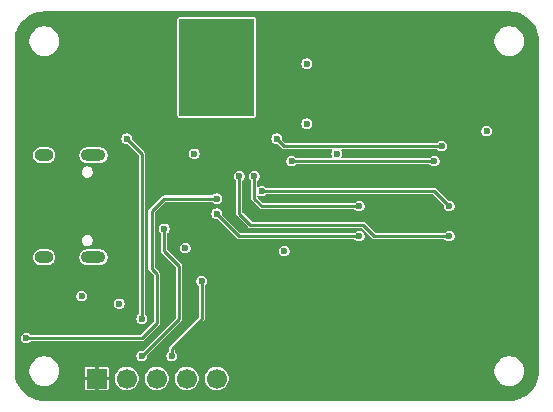
<source format=gbl>
%TF.GenerationSoftware,KiCad,Pcbnew,9.0.4+dfsg-1*%
%TF.CreationDate,2025-09-22T10:32:12+08:00*%
%TF.ProjectId,stlink,73746c69-6e6b-42e6-9b69-6361645f7063,a*%
%TF.SameCoordinates,Original*%
%TF.FileFunction,Copper,L4,Bot*%
%TF.FilePolarity,Positive*%
%FSLAX45Y45*%
G04 Gerber Fmt 4.5, Leading zero omitted, Abs format (unit mm)*
G04 Created by KiCad (PCBNEW 9.0.4+dfsg-1) date 2025-09-22 10:32:12*
%MOMM*%
%LPD*%
G01*
G04 APERTURE LIST*
%TA.AperFunction,ComponentPad*%
%ADD10R,1.700000X1.700000*%
%TD*%
%TA.AperFunction,ComponentPad*%
%ADD11C,1.700000*%
%TD*%
%TA.AperFunction,ComponentPad*%
%ADD12O,2.100000X1.000000*%
%TD*%
%TA.AperFunction,ComponentPad*%
%ADD13O,1.600000X1.000000*%
%TD*%
%TA.AperFunction,ViaPad*%
%ADD14C,0.600000*%
%TD*%
%TA.AperFunction,Conductor*%
%ADD15C,0.228600*%
%TD*%
G04 APERTURE END LIST*
D10*
%TO.P,J3,1,Pin_1*%
%TO.N,GND*%
X10858500Y-10350000D03*
D11*
%TO.P,J3,2,Pin_2*%
%TO.N,DIO*%
X11112500Y-10350000D03*
%TO.P,J3,3,Pin_3*%
%TO.N,CLK*%
X11366500Y-10350000D03*
%TO.P,J3,4,Pin_4*%
%TO.N,+3V3*%
X11620500Y-10350000D03*
%TO.P,J3,5,Pin_5*%
%TO.N,B0*%
X11874500Y-10350000D03*
%TD*%
D12*
%TO.P,J1,S1,SHIELD*%
%TO.N,unconnected-(J1-SHIELD-PadS1)*%
X10831000Y-8458000D03*
D13*
%TO.N,unconnected-(J1-SHIELD-PadS1)_2*%
X10413000Y-8458000D03*
D12*
%TO.N,unconnected-(J1-SHIELD-PadS1)_3*%
X10831000Y-9322000D03*
D13*
%TO.N,unconnected-(J1-SHIELD-PadS1)_1*%
X10413000Y-9322000D03*
%TD*%
D14*
%TO.N,GND*%
X10731500Y-7620000D03*
X14414500Y-8001000D03*
X10731500Y-9842500D03*
X12319000Y-8636000D03*
X11430000Y-8001000D03*
X10287000Y-8890000D03*
X12890500Y-7493000D03*
X14414500Y-9779000D03*
X12890500Y-8255000D03*
X12547600Y-9601200D03*
X12382500Y-10414000D03*
X10731500Y-7493000D03*
X11493500Y-9207500D03*
X11811000Y-9144000D03*
X11684000Y-9334500D03*
X12700000Y-7493000D03*
X12192000Y-10414000D03*
X11430000Y-7620000D03*
X14160500Y-8509000D03*
X14414500Y-8128000D03*
X10604500Y-10096500D03*
X13081000Y-7493000D03*
X10731500Y-8953500D03*
X11049000Y-9588500D03*
X12573000Y-10414000D03*
X10287000Y-9017000D03*
X12319000Y-9461500D03*
X13208000Y-8128000D03*
X12763500Y-10414000D03*
X11176000Y-8890000D03*
X14414500Y-9652000D03*
X11430000Y-7874000D03*
X13208000Y-8001000D03*
X10287000Y-8763000D03*
X10731500Y-8826500D03*
X14160500Y-8763000D03*
X14414500Y-7874000D03*
X11430000Y-7493000D03*
X11430000Y-8255000D03*
%TO.N,+5V*%
X11112500Y-8318500D03*
X11239500Y-9842500D03*
%TO.N,+3V3*%
X12636500Y-8191500D03*
X12890500Y-8445500D03*
X11684000Y-7747000D03*
X12446000Y-9271000D03*
X11684000Y-8445500D03*
X11684000Y-7874000D03*
X11607800Y-9245600D03*
X11684000Y-7493000D03*
X10731500Y-9652000D03*
X12636500Y-7683500D03*
X14160500Y-8255000D03*
X11684000Y-7620000D03*
X11049000Y-9715500D03*
X11684000Y-8001000D03*
%TO.N,LED*%
X10261600Y-10007600D03*
X11874500Y-8826500D03*
%TO.N,T_DIO*%
X13843000Y-8890000D03*
X12255500Y-8763000D03*
%TO.N,T_CLK*%
X12192000Y-8636000D03*
X13081000Y-8890000D03*
%TO.N,CLK*%
X11493500Y-10160000D03*
X11747500Y-9525000D03*
%TO.N,T_RX*%
X13779500Y-8382000D03*
X12382500Y-8318500D03*
%TO.N,T_TX*%
X13716000Y-8509000D03*
X12509500Y-8509000D03*
%TO.N,T_RST*%
X13843000Y-9144000D03*
X12065000Y-8636000D03*
%TO.N,T_SWO*%
X11874500Y-8953500D03*
X13081000Y-9144000D03*
%TO.N,DIO*%
X11239500Y-10160000D03*
X11430000Y-9080500D03*
%TD*%
D15*
%TO.N,+5V*%
X11239500Y-8445500D02*
X11112500Y-8318500D01*
X11239500Y-9842500D02*
X11239500Y-8445500D01*
%TO.N,LED*%
X11366500Y-9880600D02*
X11239500Y-10007600D01*
X11874500Y-8826500D02*
X11430000Y-8826500D01*
X11430000Y-8826500D02*
X11323250Y-8933250D01*
X11323250Y-9418250D02*
X11366500Y-9461500D01*
X11239500Y-10007600D02*
X10261600Y-10007600D01*
X11366500Y-9461500D02*
X11366500Y-9880600D01*
X11323250Y-8933250D02*
X11323250Y-9418250D01*
%TO.N,T_DIO*%
X13716000Y-8763000D02*
X13843000Y-8890000D01*
X12255500Y-8763000D02*
X13716000Y-8763000D01*
%TO.N,T_CLK*%
X13081000Y-8890000D02*
X12255500Y-8890000D01*
X12255500Y-8890000D02*
X12192000Y-8826500D01*
X12192000Y-8826500D02*
X12192000Y-8636000D01*
%TO.N,CLK*%
X11493500Y-10160000D02*
X11493500Y-10096500D01*
X11747500Y-9842500D02*
X11747500Y-9525000D01*
X11493500Y-10096500D02*
X11747500Y-9842500D01*
%TO.N,T_RX*%
X12446000Y-8382000D02*
X12382500Y-8318500D01*
X13779500Y-8382000D02*
X12446000Y-8382000D01*
%TO.N,T_TX*%
X13716000Y-8509000D02*
X12509500Y-8509000D01*
%TO.N,T_RST*%
X13112679Y-9048821D02*
X13207859Y-9144000D01*
X12065000Y-8953500D02*
X12160321Y-9048821D01*
X12065000Y-8636000D02*
X12065000Y-8953500D01*
X12160321Y-9048821D02*
X13112679Y-9048821D01*
X13207859Y-9144000D02*
X13843000Y-9144000D01*
%TO.N,T_SWO*%
X12065000Y-9144000D02*
X11874500Y-8953500D01*
X13081000Y-9144000D02*
X12065000Y-9144000D01*
%TO.N,DIO*%
X11557000Y-9842500D02*
X11557000Y-9398000D01*
X11430000Y-9271000D02*
X11430000Y-9080500D01*
X11557000Y-9398000D02*
X11430000Y-9271000D01*
X11239500Y-10160000D02*
X11557000Y-9842500D01*
%TD*%
%TA.AperFunction,Conductor*%
%TO.N,+3V3*%
G36*
X12189314Y-7304259D02*
G01*
X12191886Y-7308714D01*
X12192000Y-7310020D01*
X12192000Y-8120480D01*
X12190241Y-8125314D01*
X12185786Y-8127886D01*
X12184480Y-8128000D01*
X11564520Y-8128000D01*
X11559686Y-8126241D01*
X11557114Y-8121786D01*
X11557000Y-8120480D01*
X11557000Y-7310020D01*
X11558759Y-7305186D01*
X11563214Y-7302614D01*
X11564520Y-7302500D01*
X12184480Y-7302500D01*
X12189314Y-7304259D01*
G37*
%TD.AperFunction*%
%TD*%
%TA.AperFunction,Conductor*%
%TO.N,GND*%
G36*
X14351226Y-7241564D02*
G01*
X14353926Y-7241727D01*
X14380856Y-7243356D01*
X14381756Y-7243465D01*
X14410729Y-7248775D01*
X14411609Y-7248992D01*
X14439731Y-7257755D01*
X14440580Y-7258077D01*
X14467440Y-7270165D01*
X14468244Y-7270587D01*
X14493451Y-7285826D01*
X14494198Y-7286341D01*
X14517384Y-7304507D01*
X14518064Y-7305109D01*
X14538891Y-7325936D01*
X14539493Y-7326616D01*
X14557658Y-7349802D01*
X14558174Y-7350549D01*
X14573413Y-7375756D01*
X14573835Y-7376560D01*
X14585923Y-7403420D01*
X14586245Y-7404269D01*
X14595008Y-7432390D01*
X14595225Y-7433272D01*
X14600534Y-7462243D01*
X14600644Y-7463145D01*
X14602436Y-7492773D01*
X14602450Y-7493228D01*
X14602450Y-10286772D01*
X14602436Y-10287226D01*
X14600644Y-10316855D01*
X14600534Y-10317757D01*
X14595225Y-10346728D01*
X14595008Y-10347610D01*
X14586245Y-10375731D01*
X14585923Y-10376580D01*
X14573835Y-10403440D01*
X14573413Y-10404244D01*
X14558174Y-10429451D01*
X14557658Y-10430198D01*
X14539493Y-10453384D01*
X14538891Y-10454064D01*
X14518064Y-10474891D01*
X14517384Y-10475493D01*
X14494198Y-10493658D01*
X14493451Y-10494174D01*
X14468244Y-10509413D01*
X14467440Y-10509835D01*
X14440580Y-10521923D01*
X14439731Y-10522245D01*
X14411610Y-10531008D01*
X14410728Y-10531225D01*
X14381757Y-10536535D01*
X14380855Y-10536644D01*
X14351226Y-10538436D01*
X14350772Y-10538450D01*
X10414228Y-10538450D01*
X10413774Y-10538436D01*
X10384145Y-10536644D01*
X10383243Y-10536535D01*
X10354272Y-10531225D01*
X10353390Y-10531008D01*
X10325269Y-10522245D01*
X10324420Y-10521923D01*
X10297560Y-10509835D01*
X10296756Y-10509413D01*
X10271549Y-10494174D01*
X10270802Y-10493658D01*
X10247616Y-10475493D01*
X10246936Y-10474891D01*
X10226109Y-10454064D01*
X10225507Y-10453384D01*
X10207342Y-10430198D01*
X10206826Y-10429451D01*
X10197444Y-10413931D01*
X10191587Y-10404243D01*
X10191165Y-10403440D01*
X10179077Y-10376580D01*
X10178755Y-10375731D01*
X10176540Y-10368622D01*
X10169992Y-10347609D01*
X10169775Y-10346729D01*
X10164465Y-10317756D01*
X10164356Y-10316856D01*
X10162564Y-10287226D01*
X10162550Y-10286772D01*
X10162550Y-10277139D01*
X10288710Y-10277139D01*
X10288710Y-10296861D01*
X10291795Y-10316339D01*
X10291795Y-10316340D01*
X10297889Y-10335095D01*
X10306842Y-10352666D01*
X10318434Y-10368621D01*
X10318435Y-10368622D01*
X10332378Y-10382565D01*
X10332379Y-10382566D01*
X10332379Y-10382566D01*
X10336187Y-10385332D01*
X10348334Y-10394158D01*
X10365905Y-10403111D01*
X10384660Y-10409205D01*
X10384661Y-10409205D01*
X10384661Y-10409205D01*
X10404140Y-10412290D01*
X10404140Y-10412290D01*
X10423860Y-10412290D01*
X10423861Y-10412290D01*
X10443339Y-10409205D01*
X10443339Y-10409205D01*
X10443340Y-10409205D01*
X10457116Y-10404729D01*
X10462095Y-10403111D01*
X10479666Y-10394158D01*
X10495621Y-10382566D01*
X10509566Y-10368621D01*
X10521158Y-10352666D01*
X10530111Y-10335095D01*
X10534773Y-10320746D01*
X10536205Y-10316340D01*
X10536205Y-10316339D01*
X10536205Y-10316339D01*
X10539290Y-10296861D01*
X10539290Y-10277140D01*
X10537130Y-10263499D01*
X10758260Y-10263499D01*
X10758260Y-10334760D01*
X10810820Y-10334760D01*
X10808500Y-10343417D01*
X10808500Y-10356583D01*
X10810820Y-10365240D01*
X10758260Y-10365240D01*
X10758260Y-10436501D01*
X10759144Y-10440946D01*
X10759144Y-10440946D01*
X10762513Y-10445987D01*
X10767554Y-10449356D01*
X10767554Y-10449356D01*
X10771999Y-10450240D01*
X10843260Y-10450240D01*
X10843260Y-10397680D01*
X10851917Y-10400000D01*
X10865083Y-10400000D01*
X10873740Y-10397680D01*
X10873740Y-10450240D01*
X10945001Y-10450240D01*
X10949446Y-10449356D01*
X10949446Y-10449356D01*
X10954487Y-10445987D01*
X10957856Y-10440946D01*
X10957856Y-10440946D01*
X10958740Y-10436501D01*
X10958740Y-10365240D01*
X10906180Y-10365240D01*
X10908500Y-10356583D01*
X10908500Y-10343417D01*
X10907617Y-10340122D01*
X11012210Y-10340122D01*
X11012210Y-10359878D01*
X11016064Y-10379254D01*
X11016064Y-10379254D01*
X11023624Y-10397505D01*
X11034600Y-10413931D01*
X11034600Y-10413931D01*
X11034600Y-10413932D01*
X11048568Y-10427900D01*
X11048569Y-10427900D01*
X11048569Y-10427900D01*
X11064995Y-10438876D01*
X11083246Y-10446436D01*
X11083246Y-10446436D01*
X11083246Y-10446436D01*
X11083247Y-10446436D01*
X11096222Y-10449017D01*
X11102622Y-10450290D01*
X11102622Y-10450290D01*
X11122378Y-10450290D01*
X11127189Y-10449333D01*
X11141754Y-10446436D01*
X11160005Y-10438876D01*
X11176431Y-10427900D01*
X11190400Y-10413931D01*
X11201376Y-10397505D01*
X11208936Y-10379254D01*
X11212790Y-10359878D01*
X11212790Y-10340122D01*
X11212790Y-10340122D01*
X11266210Y-10340122D01*
X11266210Y-10359878D01*
X11270064Y-10379254D01*
X11270064Y-10379254D01*
X11277624Y-10397505D01*
X11288600Y-10413931D01*
X11288600Y-10413931D01*
X11288600Y-10413932D01*
X11302568Y-10427900D01*
X11302568Y-10427900D01*
X11302569Y-10427900D01*
X11318995Y-10438876D01*
X11337246Y-10446436D01*
X11337246Y-10446436D01*
X11337246Y-10446436D01*
X11337246Y-10446436D01*
X11350222Y-10449017D01*
X11356622Y-10450290D01*
X11356622Y-10450290D01*
X11376378Y-10450290D01*
X11381189Y-10449333D01*
X11395753Y-10446436D01*
X11414005Y-10438876D01*
X11430431Y-10427900D01*
X11444400Y-10413931D01*
X11455376Y-10397505D01*
X11462936Y-10379254D01*
X11466790Y-10359878D01*
X11466790Y-10340122D01*
X11466790Y-10340122D01*
X11520210Y-10340122D01*
X11520210Y-10359878D01*
X11524064Y-10379254D01*
X11524064Y-10379254D01*
X11531624Y-10397505D01*
X11542600Y-10413931D01*
X11542600Y-10413931D01*
X11542600Y-10413932D01*
X11556568Y-10427900D01*
X11556568Y-10427900D01*
X11556569Y-10427900D01*
X11572995Y-10438876D01*
X11591246Y-10446436D01*
X11591246Y-10446436D01*
X11591246Y-10446436D01*
X11591246Y-10446436D01*
X11604222Y-10449017D01*
X11610622Y-10450290D01*
X11610622Y-10450290D01*
X11630378Y-10450290D01*
X11635189Y-10449333D01*
X11649753Y-10446436D01*
X11668005Y-10438876D01*
X11684431Y-10427900D01*
X11698400Y-10413931D01*
X11709376Y-10397505D01*
X11716936Y-10379254D01*
X11720790Y-10359878D01*
X11720790Y-10340122D01*
X11720790Y-10340122D01*
X11774210Y-10340122D01*
X11774210Y-10359878D01*
X11778064Y-10379254D01*
X11778064Y-10379254D01*
X11785624Y-10397505D01*
X11796600Y-10413931D01*
X11796600Y-10413931D01*
X11796600Y-10413932D01*
X11810568Y-10427900D01*
X11810568Y-10427900D01*
X11810569Y-10427900D01*
X11826995Y-10438876D01*
X11845246Y-10446436D01*
X11845246Y-10446436D01*
X11845246Y-10446436D01*
X11845246Y-10446436D01*
X11858222Y-10449017D01*
X11864622Y-10450290D01*
X11864622Y-10450290D01*
X11884378Y-10450290D01*
X11889189Y-10449333D01*
X11903753Y-10446436D01*
X11922005Y-10438876D01*
X11938431Y-10427900D01*
X11952400Y-10413931D01*
X11963376Y-10397505D01*
X11970936Y-10379254D01*
X11974790Y-10359878D01*
X11974790Y-10340122D01*
X11970936Y-10320747D01*
X11963376Y-10302495D01*
X11952400Y-10286069D01*
X11952400Y-10286069D01*
X11952400Y-10286068D01*
X11943471Y-10277139D01*
X14225710Y-10277139D01*
X14225710Y-10296861D01*
X14228795Y-10316339D01*
X14228795Y-10316340D01*
X14234889Y-10335095D01*
X14243842Y-10352666D01*
X14255434Y-10368621D01*
X14255435Y-10368622D01*
X14269378Y-10382565D01*
X14269379Y-10382566D01*
X14269379Y-10382566D01*
X14273187Y-10385332D01*
X14285333Y-10394158D01*
X14302905Y-10403111D01*
X14321660Y-10409205D01*
X14321661Y-10409205D01*
X14321661Y-10409205D01*
X14341139Y-10412290D01*
X14341140Y-10412290D01*
X14360860Y-10412290D01*
X14360860Y-10412290D01*
X14380339Y-10409205D01*
X14380339Y-10409205D01*
X14380340Y-10409205D01*
X14394116Y-10404729D01*
X14399095Y-10403111D01*
X14416666Y-10394158D01*
X14432621Y-10382566D01*
X14446566Y-10368621D01*
X14458158Y-10352666D01*
X14467111Y-10335095D01*
X14471773Y-10320746D01*
X14473205Y-10316340D01*
X14473205Y-10316339D01*
X14473205Y-10316339D01*
X14476290Y-10296861D01*
X14476290Y-10277140D01*
X14473205Y-10257661D01*
X14473205Y-10257661D01*
X14473205Y-10257660D01*
X14467111Y-10238905D01*
X14458157Y-10221334D01*
X14452905Y-10214105D01*
X14446566Y-10205379D01*
X14446566Y-10205379D01*
X14446565Y-10205378D01*
X14432622Y-10191435D01*
X14432621Y-10191434D01*
X14416666Y-10179842D01*
X14399095Y-10170889D01*
X14380340Y-10164795D01*
X14380338Y-10164795D01*
X14360861Y-10161710D01*
X14360860Y-10161710D01*
X14341139Y-10161710D01*
X14341139Y-10161710D01*
X14321661Y-10164795D01*
X14321660Y-10164795D01*
X14302905Y-10170889D01*
X14285333Y-10179842D01*
X14269379Y-10191434D01*
X14269378Y-10191435D01*
X14255435Y-10205378D01*
X14255434Y-10205379D01*
X14243842Y-10221334D01*
X14234889Y-10238905D01*
X14228795Y-10257660D01*
X14228795Y-10257661D01*
X14225710Y-10277139D01*
X11943471Y-10277139D01*
X11938432Y-10272100D01*
X11938431Y-10272100D01*
X11938431Y-10272100D01*
X11922005Y-10261124D01*
X11917006Y-10259054D01*
X11903754Y-10253564D01*
X11903754Y-10253564D01*
X11884378Y-10249710D01*
X11884378Y-10249710D01*
X11864622Y-10249710D01*
X11864622Y-10249710D01*
X11845246Y-10253564D01*
X11845246Y-10253564D01*
X11826995Y-10261124D01*
X11810568Y-10272100D01*
X11796600Y-10286068D01*
X11785624Y-10302495D01*
X11778064Y-10320746D01*
X11778064Y-10320746D01*
X11774210Y-10340122D01*
X11720790Y-10340122D01*
X11716936Y-10320747D01*
X11709376Y-10302495D01*
X11698400Y-10286069D01*
X11698400Y-10286069D01*
X11698400Y-10286068D01*
X11684432Y-10272100D01*
X11684431Y-10272100D01*
X11684431Y-10272100D01*
X11668005Y-10261124D01*
X11663006Y-10259054D01*
X11649754Y-10253564D01*
X11649754Y-10253564D01*
X11630378Y-10249710D01*
X11630378Y-10249710D01*
X11610622Y-10249710D01*
X11610622Y-10249710D01*
X11591246Y-10253564D01*
X11591246Y-10253564D01*
X11572995Y-10261124D01*
X11556568Y-10272100D01*
X11542600Y-10286068D01*
X11531624Y-10302495D01*
X11524064Y-10320746D01*
X11524064Y-10320746D01*
X11520210Y-10340122D01*
X11466790Y-10340122D01*
X11462936Y-10320747D01*
X11455376Y-10302495D01*
X11444400Y-10286069D01*
X11444400Y-10286069D01*
X11444400Y-10286068D01*
X11430432Y-10272100D01*
X11430431Y-10272100D01*
X11430431Y-10272100D01*
X11414005Y-10261124D01*
X11409006Y-10259054D01*
X11395754Y-10253564D01*
X11395754Y-10253564D01*
X11376378Y-10249710D01*
X11376378Y-10249710D01*
X11356622Y-10249710D01*
X11356622Y-10249710D01*
X11337246Y-10253564D01*
X11337246Y-10253564D01*
X11318995Y-10261124D01*
X11302568Y-10272100D01*
X11288600Y-10286068D01*
X11277624Y-10302495D01*
X11270064Y-10320746D01*
X11270064Y-10320746D01*
X11266210Y-10340122D01*
X11212790Y-10340122D01*
X11208936Y-10320747D01*
X11201376Y-10302495D01*
X11190400Y-10286069D01*
X11190400Y-10286069D01*
X11190400Y-10286068D01*
X11176432Y-10272100D01*
X11176431Y-10272100D01*
X11176431Y-10272100D01*
X11160005Y-10261124D01*
X11155006Y-10259054D01*
X11141754Y-10253564D01*
X11141754Y-10253564D01*
X11122378Y-10249710D01*
X11122378Y-10249710D01*
X11102622Y-10249710D01*
X11102622Y-10249710D01*
X11083246Y-10253564D01*
X11083246Y-10253564D01*
X11064995Y-10261124D01*
X11048568Y-10272100D01*
X11034600Y-10286068D01*
X11023624Y-10302495D01*
X11016064Y-10320746D01*
X11016064Y-10320746D01*
X11012210Y-10340122D01*
X10907617Y-10340122D01*
X10906180Y-10334760D01*
X10958740Y-10334760D01*
X10958740Y-10263499D01*
X10957856Y-10259054D01*
X10957856Y-10259054D01*
X10954487Y-10254013D01*
X10949446Y-10250644D01*
X10949446Y-10250644D01*
X10945001Y-10249760D01*
X10873740Y-10249760D01*
X10873740Y-10302320D01*
X10865083Y-10300000D01*
X10851917Y-10300000D01*
X10843260Y-10302320D01*
X10843260Y-10249760D01*
X10771999Y-10249760D01*
X10767554Y-10250644D01*
X10767554Y-10250644D01*
X10762513Y-10254013D01*
X10759144Y-10259054D01*
X10759144Y-10259054D01*
X10758260Y-10263499D01*
X10537130Y-10263499D01*
X10536205Y-10257661D01*
X10536205Y-10257661D01*
X10536205Y-10257660D01*
X10530111Y-10238905D01*
X10521158Y-10221334D01*
X10515905Y-10214105D01*
X10509566Y-10205379D01*
X10509566Y-10205379D01*
X10509565Y-10205378D01*
X10495622Y-10191435D01*
X10495621Y-10191434D01*
X10479666Y-10179842D01*
X10462095Y-10170889D01*
X10443340Y-10164795D01*
X10443339Y-10164795D01*
X10423861Y-10161710D01*
X10423861Y-10161710D01*
X10404140Y-10161710D01*
X10404139Y-10161710D01*
X10384661Y-10164795D01*
X10384660Y-10164795D01*
X10365905Y-10170889D01*
X10348334Y-10179842D01*
X10332379Y-10191434D01*
X10332378Y-10191435D01*
X10318435Y-10205378D01*
X10318434Y-10205379D01*
X10306842Y-10221334D01*
X10297889Y-10238905D01*
X10291795Y-10257660D01*
X10291795Y-10257661D01*
X10288710Y-10277139D01*
X10162550Y-10277139D01*
X10162550Y-10154038D01*
X11194210Y-10154038D01*
X11194210Y-10165963D01*
X11195530Y-10170889D01*
X11197296Y-10177481D01*
X11197296Y-10177481D01*
X11203259Y-10187809D01*
X11211691Y-10196241D01*
X11217654Y-10199683D01*
X11222019Y-10202204D01*
X11233537Y-10205290D01*
X11233538Y-10205290D01*
X11245462Y-10205290D01*
X11245462Y-10205290D01*
X11256981Y-10202204D01*
X11267309Y-10196241D01*
X11275741Y-10187809D01*
X11281704Y-10177481D01*
X11284790Y-10165963D01*
X11284790Y-10155613D01*
X11285351Y-10154070D01*
X11285354Y-10154038D01*
X11448210Y-10154038D01*
X11448210Y-10165963D01*
X11449530Y-10170889D01*
X11451296Y-10177481D01*
X11451296Y-10177481D01*
X11457259Y-10187809D01*
X11465691Y-10196241D01*
X11471654Y-10199683D01*
X11476019Y-10202204D01*
X11487537Y-10205290D01*
X11487538Y-10205290D01*
X11499462Y-10205290D01*
X11499462Y-10205290D01*
X11510981Y-10202204D01*
X11521309Y-10196241D01*
X11529741Y-10187809D01*
X11535704Y-10177481D01*
X11538790Y-10165963D01*
X11538790Y-10154038D01*
X11535704Y-10142519D01*
X11535703Y-10142519D01*
X11529741Y-10132191D01*
X11522423Y-10124873D01*
X11521729Y-10123385D01*
X11520673Y-10122127D01*
X11520388Y-10120511D01*
X11520249Y-10120211D01*
X11520220Y-10119555D01*
X11520220Y-10110683D01*
X11521979Y-10105849D01*
X11522423Y-10105365D01*
X11770152Y-9857636D01*
X11770152Y-9857636D01*
X11774220Y-9847815D01*
X11774220Y-9837185D01*
X11774220Y-9565445D01*
X11775979Y-9560611D01*
X11776423Y-9560127D01*
X11783741Y-9552809D01*
X11789703Y-9542481D01*
X11789704Y-9542481D01*
X11792790Y-9530963D01*
X11792790Y-9519038D01*
X11789704Y-9507519D01*
X11789703Y-9507519D01*
X11783741Y-9497191D01*
X11775309Y-9488759D01*
X11764981Y-9482796D01*
X11753462Y-9479710D01*
X11741537Y-9479710D01*
X11732898Y-9482025D01*
X11730019Y-9482796D01*
X11730018Y-9482796D01*
X11719691Y-9488759D01*
X11711259Y-9497191D01*
X11705296Y-9507519D01*
X11705296Y-9507519D01*
X11705296Y-9507519D01*
X11702210Y-9519038D01*
X11702210Y-9530963D01*
X11705296Y-9542481D01*
X11705296Y-9542481D01*
X11711259Y-9552809D01*
X11718577Y-9560127D01*
X11720751Y-9564789D01*
X11720780Y-9565445D01*
X11720780Y-9828317D01*
X11719021Y-9833151D01*
X11718577Y-9833635D01*
X11478364Y-10073848D01*
X11474606Y-10077606D01*
X11470848Y-10081364D01*
X11466780Y-10091185D01*
X11466780Y-10119555D01*
X11465021Y-10124389D01*
X11464577Y-10124873D01*
X11457259Y-10132191D01*
X11451296Y-10142519D01*
X11451296Y-10142519D01*
X11451296Y-10142519D01*
X11448210Y-10154038D01*
X11285354Y-10154038D01*
X11285495Y-10152434D01*
X11286436Y-10151090D01*
X11286549Y-10150779D01*
X11286993Y-10150295D01*
X11289060Y-10148227D01*
X11579652Y-9857636D01*
X11579652Y-9857636D01*
X11579652Y-9857636D01*
X11583720Y-9847815D01*
X11583720Y-9837185D01*
X11583720Y-9392685D01*
X11579652Y-9382864D01*
X11572136Y-9375348D01*
X11458923Y-9262135D01*
X11456749Y-9257473D01*
X11456720Y-9256817D01*
X11456720Y-9239638D01*
X11562510Y-9239638D01*
X11562510Y-9251563D01*
X11564753Y-9259932D01*
X11565596Y-9263081D01*
X11565596Y-9263081D01*
X11571559Y-9273409D01*
X11579991Y-9281841D01*
X11585954Y-9285283D01*
X11590319Y-9287804D01*
X11601837Y-9290890D01*
X11601838Y-9290890D01*
X11613762Y-9290890D01*
X11613762Y-9290890D01*
X11625281Y-9287804D01*
X11635609Y-9281841D01*
X11644041Y-9273409D01*
X11648874Y-9265038D01*
X12400710Y-9265038D01*
X12400710Y-9276963D01*
X12402017Y-9281841D01*
X12403796Y-9288481D01*
X12403796Y-9288481D01*
X12409759Y-9298809D01*
X12418191Y-9307241D01*
X12424154Y-9310683D01*
X12428519Y-9313204D01*
X12440037Y-9316290D01*
X12440038Y-9316290D01*
X12451962Y-9316290D01*
X12451962Y-9316290D01*
X12463481Y-9313204D01*
X12473809Y-9307241D01*
X12482241Y-9298809D01*
X12488204Y-9288481D01*
X12491290Y-9276963D01*
X12491290Y-9265038D01*
X12488204Y-9253519D01*
X12487074Y-9251562D01*
X12482241Y-9243191D01*
X12473809Y-9234759D01*
X12463481Y-9228796D01*
X12460952Y-9228119D01*
X12451962Y-9225710D01*
X12440037Y-9225710D01*
X12431398Y-9228025D01*
X12428519Y-9228796D01*
X12428518Y-9228796D01*
X12418191Y-9234759D01*
X12409759Y-9243191D01*
X12403796Y-9253519D01*
X12403796Y-9253519D01*
X12403796Y-9253519D01*
X12400710Y-9265038D01*
X11648874Y-9265038D01*
X11650004Y-9263081D01*
X11653090Y-9251563D01*
X11653090Y-9239638D01*
X11650004Y-9228119D01*
X11648613Y-9225710D01*
X11644041Y-9217791D01*
X11635609Y-9209359D01*
X11625281Y-9203396D01*
X11613762Y-9200310D01*
X11601837Y-9200310D01*
X11593198Y-9202625D01*
X11590319Y-9203396D01*
X11590318Y-9203396D01*
X11579991Y-9209359D01*
X11571559Y-9217791D01*
X11565596Y-9228119D01*
X11565596Y-9228119D01*
X11565596Y-9228119D01*
X11562510Y-9239638D01*
X11456720Y-9239638D01*
X11456720Y-9120945D01*
X11458479Y-9116111D01*
X11458923Y-9115627D01*
X11466241Y-9108309D01*
X11470001Y-9101796D01*
X11472204Y-9097981D01*
X11475290Y-9086463D01*
X11475290Y-9074538D01*
X11472204Y-9063019D01*
X11472203Y-9063019D01*
X11466241Y-9052691D01*
X11457809Y-9044259D01*
X11447481Y-9038296D01*
X11435962Y-9035210D01*
X11424037Y-9035210D01*
X11415398Y-9037525D01*
X11412519Y-9038296D01*
X11412518Y-9038296D01*
X11402191Y-9044259D01*
X11393759Y-9052691D01*
X11387796Y-9063019D01*
X11387796Y-9063019D01*
X11387796Y-9063019D01*
X11384710Y-9074538D01*
X11384710Y-9086463D01*
X11387796Y-9097981D01*
X11387796Y-9097981D01*
X11393759Y-9108309D01*
X11401077Y-9115627D01*
X11403251Y-9120289D01*
X11403280Y-9120945D01*
X11403280Y-9265685D01*
X11403280Y-9276315D01*
X11404964Y-9280380D01*
X11407348Y-9286136D01*
X11528077Y-9406865D01*
X11530251Y-9411527D01*
X11530280Y-9412183D01*
X11530280Y-9828317D01*
X11528521Y-9833151D01*
X11528077Y-9833635D01*
X11249205Y-10112507D01*
X11244543Y-10114681D01*
X11243887Y-10114710D01*
X11233537Y-10114710D01*
X11224898Y-10117025D01*
X11222019Y-10117796D01*
X11222018Y-10117796D01*
X11211691Y-10123759D01*
X11203259Y-10132191D01*
X11197296Y-10142519D01*
X11197296Y-10142519D01*
X11197296Y-10142519D01*
X11194210Y-10154038D01*
X10162550Y-10154038D01*
X10162550Y-10001638D01*
X10216310Y-10001638D01*
X10216310Y-10013563D01*
X10219396Y-10025081D01*
X10219396Y-10025081D01*
X10225359Y-10035409D01*
X10233791Y-10043841D01*
X10239754Y-10047283D01*
X10244119Y-10049804D01*
X10255638Y-10052890D01*
X10255638Y-10052890D01*
X10267562Y-10052890D01*
X10267563Y-10052890D01*
X10279081Y-10049804D01*
X10289409Y-10043841D01*
X10296727Y-10036523D01*
X10301389Y-10034349D01*
X10302045Y-10034320D01*
X11244815Y-10034320D01*
X11244815Y-10034320D01*
X11254636Y-10030252D01*
X11389152Y-9895736D01*
X11393220Y-9885915D01*
X11393220Y-9875285D01*
X11393220Y-9456185D01*
X11389152Y-9446364D01*
X11381636Y-9438848D01*
X11352173Y-9409385D01*
X11349999Y-9404723D01*
X11349970Y-9404067D01*
X11349970Y-8947538D01*
X11829210Y-8947538D01*
X11829210Y-8959463D01*
X11831668Y-8968636D01*
X11832296Y-8970981D01*
X11832296Y-8970981D01*
X11838259Y-8981309D01*
X11846691Y-8989741D01*
X11852654Y-8993183D01*
X11857019Y-8995704D01*
X11868537Y-8998790D01*
X11868538Y-8998790D01*
X11878887Y-8998790D01*
X11883721Y-9000549D01*
X11884205Y-9000993D01*
X12042348Y-9159136D01*
X12049864Y-9166652D01*
X12059685Y-9170720D01*
X13040555Y-9170720D01*
X13045389Y-9172479D01*
X13045873Y-9172923D01*
X13053191Y-9180241D01*
X13059154Y-9183683D01*
X13063519Y-9186204D01*
X13075037Y-9189290D01*
X13075038Y-9189290D01*
X13086962Y-9189290D01*
X13086962Y-9189290D01*
X13098481Y-9186204D01*
X13108809Y-9180241D01*
X13117241Y-9171809D01*
X13123204Y-9161481D01*
X13126290Y-9149963D01*
X13126290Y-9138038D01*
X13123204Y-9126519D01*
X13119607Y-9120289D01*
X13117241Y-9116191D01*
X13108809Y-9107759D01*
X13098481Y-9101796D01*
X13086962Y-9098710D01*
X13075037Y-9098710D01*
X13066398Y-9101025D01*
X13063519Y-9101796D01*
X13063518Y-9101796D01*
X13053191Y-9107759D01*
X13045873Y-9115077D01*
X13041211Y-9117251D01*
X13040555Y-9117280D01*
X12079183Y-9117280D01*
X12074349Y-9115521D01*
X12073865Y-9115077D01*
X11921993Y-8963205D01*
X11919819Y-8958543D01*
X11919790Y-8957887D01*
X11919790Y-8947538D01*
X11919790Y-8947538D01*
X11916704Y-8936019D01*
X11916283Y-8935290D01*
X11910741Y-8925691D01*
X11902309Y-8917259D01*
X11891981Y-8911296D01*
X11880462Y-8908210D01*
X11868537Y-8908210D01*
X11859898Y-8910525D01*
X11857019Y-8911296D01*
X11857018Y-8911296D01*
X11846691Y-8917259D01*
X11838259Y-8925691D01*
X11832296Y-8936019D01*
X11832296Y-8936019D01*
X11832296Y-8936019D01*
X11829210Y-8947538D01*
X11349970Y-8947538D01*
X11349970Y-8947433D01*
X11350531Y-8945890D01*
X11350675Y-8944255D01*
X11351616Y-8942910D01*
X11351729Y-8942599D01*
X11352173Y-8942115D01*
X11438865Y-8855423D01*
X11443527Y-8853249D01*
X11444183Y-8853220D01*
X11834055Y-8853220D01*
X11838889Y-8854979D01*
X11839373Y-8855423D01*
X11846691Y-8862741D01*
X11852654Y-8866183D01*
X11857019Y-8868704D01*
X11868537Y-8871790D01*
X11868538Y-8871790D01*
X11880462Y-8871790D01*
X11880462Y-8871790D01*
X11891981Y-8868704D01*
X11902309Y-8862741D01*
X11910741Y-8854309D01*
X11916704Y-8843981D01*
X11919790Y-8832463D01*
X11919790Y-8820538D01*
X11916704Y-8809019D01*
X11915588Y-8807086D01*
X11910741Y-8798691D01*
X11902309Y-8790259D01*
X11891981Y-8784296D01*
X11880462Y-8781210D01*
X11868537Y-8781210D01*
X11859898Y-8783525D01*
X11857019Y-8784296D01*
X11857018Y-8784296D01*
X11846691Y-8790259D01*
X11839373Y-8797577D01*
X11834711Y-8799751D01*
X11834055Y-8799780D01*
X11435315Y-8799780D01*
X11424685Y-8799780D01*
X11422768Y-8800574D01*
X11414864Y-8803848D01*
X11334675Y-8884038D01*
X11308114Y-8910598D01*
X11306060Y-8912652D01*
X11300598Y-8918114D01*
X11300598Y-8918114D01*
X11296530Y-8927935D01*
X11296530Y-9412935D01*
X11296530Y-9423565D01*
X11300598Y-9433386D01*
X11337577Y-9470365D01*
X11339751Y-9475027D01*
X11339780Y-9475683D01*
X11339780Y-9866417D01*
X11338021Y-9871251D01*
X11337577Y-9871735D01*
X11230635Y-9978677D01*
X11225973Y-9980851D01*
X11225317Y-9980880D01*
X10302045Y-9980880D01*
X10297211Y-9979121D01*
X10296727Y-9978677D01*
X10289409Y-9971359D01*
X10279081Y-9965396D01*
X10267563Y-9962310D01*
X10255638Y-9962310D01*
X10246998Y-9964625D01*
X10244119Y-9965396D01*
X10244119Y-9965396D01*
X10233791Y-9971359D01*
X10225359Y-9979791D01*
X10219396Y-9990119D01*
X10219396Y-9990119D01*
X10219396Y-9990119D01*
X10216310Y-10001638D01*
X10162550Y-10001638D01*
X10162550Y-9709538D01*
X11003710Y-9709538D01*
X11003710Y-9721463D01*
X11006796Y-9732981D01*
X11006796Y-9732981D01*
X11012759Y-9743309D01*
X11021191Y-9751741D01*
X11027154Y-9755183D01*
X11031519Y-9757704D01*
X11043038Y-9760790D01*
X11043038Y-9760790D01*
X11054962Y-9760790D01*
X11054963Y-9760790D01*
X11066481Y-9757704D01*
X11076809Y-9751741D01*
X11085241Y-9743309D01*
X11091204Y-9732981D01*
X11094290Y-9721463D01*
X11094290Y-9709538D01*
X11091204Y-9698019D01*
X11090783Y-9697290D01*
X11085241Y-9687691D01*
X11076809Y-9679259D01*
X11066481Y-9673296D01*
X11054963Y-9670210D01*
X11043038Y-9670210D01*
X11034398Y-9672525D01*
X11031519Y-9673296D01*
X11031519Y-9673296D01*
X11021191Y-9679259D01*
X11012759Y-9687691D01*
X11006796Y-9698019D01*
X11006796Y-9698019D01*
X11006796Y-9698019D01*
X11003710Y-9709538D01*
X10162550Y-9709538D01*
X10162550Y-9646038D01*
X10686210Y-9646038D01*
X10686210Y-9657963D01*
X10689296Y-9669481D01*
X10689296Y-9669481D01*
X10695259Y-9679809D01*
X10703691Y-9688241D01*
X10709654Y-9691683D01*
X10714019Y-9694204D01*
X10725538Y-9697290D01*
X10725538Y-9697290D01*
X10737462Y-9697290D01*
X10737463Y-9697290D01*
X10748981Y-9694204D01*
X10759309Y-9688241D01*
X10767741Y-9679809D01*
X10773704Y-9669481D01*
X10776790Y-9657963D01*
X10776790Y-9646038D01*
X10773704Y-9634519D01*
X10773704Y-9634519D01*
X10767741Y-9624191D01*
X10759309Y-9615759D01*
X10748981Y-9609796D01*
X10737463Y-9606710D01*
X10725538Y-9606710D01*
X10716898Y-9609025D01*
X10714019Y-9609796D01*
X10714019Y-9609796D01*
X10703691Y-9615759D01*
X10695259Y-9624191D01*
X10689296Y-9634519D01*
X10689296Y-9634519D01*
X10689296Y-9634519D01*
X10686210Y-9646038D01*
X10162550Y-9646038D01*
X10162550Y-9315570D01*
X10317710Y-9315570D01*
X10317710Y-9328431D01*
X10320219Y-9341044D01*
X10325141Y-9352926D01*
X10332286Y-9363620D01*
X10332286Y-9363620D01*
X10332286Y-9363620D01*
X10341380Y-9372714D01*
X10341380Y-9372714D01*
X10341380Y-9372714D01*
X10352074Y-9379859D01*
X10363956Y-9384781D01*
X10371524Y-9386286D01*
X10376569Y-9387290D01*
X10376570Y-9387290D01*
X10449431Y-9387290D01*
X10453635Y-9386454D01*
X10462044Y-9384781D01*
X10473926Y-9379859D01*
X10484620Y-9372714D01*
X10493714Y-9363620D01*
X10500859Y-9352926D01*
X10505781Y-9341044D01*
X10508290Y-9328431D01*
X10508290Y-9315570D01*
X10710710Y-9315570D01*
X10710710Y-9328431D01*
X10713219Y-9341044D01*
X10718141Y-9352926D01*
X10725286Y-9363620D01*
X10725286Y-9363620D01*
X10725286Y-9363620D01*
X10734380Y-9372714D01*
X10734380Y-9372714D01*
X10734380Y-9372714D01*
X10745074Y-9379859D01*
X10756956Y-9384781D01*
X10764524Y-9386286D01*
X10769569Y-9387290D01*
X10769570Y-9387290D01*
X10892431Y-9387290D01*
X10896635Y-9386454D01*
X10905044Y-9384781D01*
X10916926Y-9379859D01*
X10927620Y-9372714D01*
X10936714Y-9363620D01*
X10943859Y-9352926D01*
X10948781Y-9341044D01*
X10951290Y-9328431D01*
X10951290Y-9315570D01*
X10948781Y-9302956D01*
X10943859Y-9291074D01*
X10936714Y-9280380D01*
X10936714Y-9280380D01*
X10936714Y-9280380D01*
X10927620Y-9271286D01*
X10927620Y-9271286D01*
X10927620Y-9271286D01*
X10916926Y-9264141D01*
X10914369Y-9263081D01*
X10912084Y-9262135D01*
X10905044Y-9259219D01*
X10905044Y-9259219D01*
X10905044Y-9259219D01*
X10892431Y-9256710D01*
X10892431Y-9256710D01*
X10769570Y-9256710D01*
X10769569Y-9256710D01*
X10756956Y-9259219D01*
X10756956Y-9259219D01*
X10745074Y-9264141D01*
X10734380Y-9271286D01*
X10734380Y-9271286D01*
X10725286Y-9280380D01*
X10725286Y-9280380D01*
X10718141Y-9291074D01*
X10713219Y-9302956D01*
X10713219Y-9302956D01*
X10711181Y-9313204D01*
X10710710Y-9315570D01*
X10508290Y-9315570D01*
X10505781Y-9302956D01*
X10500859Y-9291074D01*
X10493714Y-9280380D01*
X10493714Y-9280380D01*
X10493714Y-9280380D01*
X10484620Y-9271286D01*
X10484620Y-9271286D01*
X10484620Y-9271286D01*
X10473926Y-9264141D01*
X10471369Y-9263081D01*
X10469084Y-9262135D01*
X10462044Y-9259219D01*
X10462044Y-9259219D01*
X10462044Y-9259219D01*
X10449431Y-9256710D01*
X10449431Y-9256710D01*
X10376570Y-9256710D01*
X10376569Y-9256710D01*
X10363956Y-9259219D01*
X10363956Y-9259219D01*
X10352074Y-9264141D01*
X10341380Y-9271286D01*
X10341380Y-9271286D01*
X10332286Y-9280380D01*
X10332286Y-9280380D01*
X10325141Y-9291074D01*
X10320219Y-9302956D01*
X10320219Y-9302956D01*
X10318181Y-9313204D01*
X10317710Y-9315570D01*
X10162550Y-9315570D01*
X10162550Y-9172708D01*
X10730210Y-9172708D01*
X10730210Y-9185292D01*
X10733467Y-9197446D01*
X10733467Y-9197447D01*
X10739758Y-9208344D01*
X10748656Y-9217242D01*
X10759553Y-9223533D01*
X10759553Y-9223533D01*
X10759554Y-9223533D01*
X10771708Y-9226790D01*
X10771709Y-9226790D01*
X10784291Y-9226790D01*
X10784292Y-9226790D01*
X10796446Y-9223533D01*
X10807344Y-9217242D01*
X10816242Y-9208344D01*
X10822533Y-9197446D01*
X10825790Y-9185292D01*
X10825790Y-9172708D01*
X10822533Y-9160554D01*
X10822533Y-9160553D01*
X10822533Y-9160553D01*
X10816242Y-9149656D01*
X10807344Y-9140758D01*
X10796447Y-9134467D01*
X10796446Y-9134467D01*
X10796446Y-9134467D01*
X10784292Y-9131210D01*
X10771708Y-9131210D01*
X10759554Y-9134467D01*
X10759553Y-9134467D01*
X10748656Y-9140758D01*
X10739758Y-9149656D01*
X10733467Y-9160553D01*
X10733467Y-9160554D01*
X10730210Y-9172708D01*
X10162550Y-9172708D01*
X10162550Y-8594708D01*
X10730210Y-8594708D01*
X10730210Y-8607292D01*
X10733218Y-8618519D01*
X10733467Y-8619446D01*
X10733467Y-8619447D01*
X10739758Y-8630344D01*
X10748656Y-8639242D01*
X10759553Y-8645533D01*
X10759553Y-8645533D01*
X10759554Y-8645533D01*
X10771708Y-8648790D01*
X10771709Y-8648790D01*
X10784291Y-8648790D01*
X10784292Y-8648790D01*
X10796446Y-8645533D01*
X10807344Y-8639242D01*
X10816242Y-8630344D01*
X10822533Y-8619446D01*
X10825790Y-8607292D01*
X10825790Y-8594708D01*
X10822533Y-8582554D01*
X10822533Y-8582553D01*
X10822533Y-8582553D01*
X10816242Y-8571656D01*
X10807344Y-8562758D01*
X10796447Y-8556467D01*
X10796446Y-8556467D01*
X10796446Y-8556467D01*
X10784292Y-8553210D01*
X10771708Y-8553210D01*
X10759554Y-8556467D01*
X10759553Y-8556467D01*
X10748656Y-8562758D01*
X10739758Y-8571656D01*
X10733467Y-8582553D01*
X10733467Y-8582554D01*
X10730210Y-8594708D01*
X10162550Y-8594708D01*
X10162550Y-8451569D01*
X10317710Y-8451569D01*
X10317710Y-8464431D01*
X10319367Y-8472759D01*
X10320219Y-8477044D01*
X10321937Y-8481191D01*
X10324634Y-8487704D01*
X10325141Y-8488926D01*
X10332286Y-8499620D01*
X10332286Y-8499620D01*
X10332286Y-8499620D01*
X10341380Y-8508714D01*
X10341380Y-8508714D01*
X10341380Y-8508714D01*
X10352074Y-8515859D01*
X10363956Y-8520781D01*
X10371524Y-8522286D01*
X10376569Y-8523290D01*
X10376570Y-8523290D01*
X10449431Y-8523290D01*
X10453635Y-8522454D01*
X10462044Y-8520781D01*
X10473926Y-8515859D01*
X10484620Y-8508714D01*
X10493714Y-8499620D01*
X10500859Y-8488926D01*
X10505781Y-8477044D01*
X10508290Y-8464431D01*
X10508290Y-8451570D01*
X10508290Y-8451569D01*
X10710710Y-8451569D01*
X10710710Y-8464431D01*
X10712367Y-8472759D01*
X10713219Y-8477044D01*
X10714937Y-8481191D01*
X10717634Y-8487704D01*
X10718141Y-8488926D01*
X10725286Y-8499620D01*
X10725286Y-8499620D01*
X10725286Y-8499620D01*
X10734380Y-8508714D01*
X10734380Y-8508714D01*
X10734380Y-8508714D01*
X10745074Y-8515859D01*
X10756956Y-8520781D01*
X10764524Y-8522286D01*
X10769569Y-8523290D01*
X10769570Y-8523290D01*
X10892431Y-8523290D01*
X10896635Y-8522454D01*
X10905044Y-8520781D01*
X10916926Y-8515859D01*
X10927620Y-8508714D01*
X10936714Y-8499620D01*
X10943859Y-8488926D01*
X10948781Y-8477044D01*
X10951290Y-8464431D01*
X10951290Y-8451570D01*
X10951269Y-8451463D01*
X10950286Y-8446524D01*
X10948781Y-8438956D01*
X10943859Y-8427074D01*
X10936714Y-8416380D01*
X10936714Y-8416380D01*
X10936714Y-8416380D01*
X10927620Y-8407286D01*
X10927620Y-8407286D01*
X10927620Y-8407286D01*
X10916926Y-8400141D01*
X10915334Y-8399481D01*
X10913446Y-8398699D01*
X10905044Y-8395219D01*
X10905044Y-8395219D01*
X10905044Y-8395219D01*
X10892431Y-8392710D01*
X10892431Y-8392710D01*
X10769570Y-8392710D01*
X10769569Y-8392710D01*
X10756956Y-8395219D01*
X10756956Y-8395219D01*
X10745074Y-8400141D01*
X10734380Y-8407286D01*
X10734380Y-8407286D01*
X10725286Y-8416380D01*
X10725286Y-8416380D01*
X10718141Y-8427074D01*
X10713219Y-8438956D01*
X10713219Y-8438956D01*
X10710710Y-8451569D01*
X10508290Y-8451569D01*
X10508269Y-8451463D01*
X10507286Y-8446524D01*
X10505781Y-8438956D01*
X10500859Y-8427074D01*
X10493714Y-8416380D01*
X10493714Y-8416380D01*
X10493714Y-8416380D01*
X10484620Y-8407286D01*
X10484620Y-8407286D01*
X10484620Y-8407286D01*
X10473926Y-8400141D01*
X10472334Y-8399481D01*
X10470446Y-8398699D01*
X10462044Y-8395219D01*
X10462044Y-8395219D01*
X10462044Y-8395219D01*
X10449431Y-8392710D01*
X10449431Y-8392710D01*
X10376570Y-8392710D01*
X10376569Y-8392710D01*
X10363956Y-8395219D01*
X10363956Y-8395219D01*
X10352074Y-8400141D01*
X10341380Y-8407286D01*
X10341380Y-8407286D01*
X10332286Y-8416380D01*
X10332286Y-8416380D01*
X10325141Y-8427074D01*
X10320219Y-8438956D01*
X10320219Y-8438956D01*
X10317710Y-8451569D01*
X10162550Y-8451569D01*
X10162550Y-8312537D01*
X11067210Y-8312537D01*
X11067210Y-8324462D01*
X11070296Y-8335981D01*
X11070296Y-8335981D01*
X11076259Y-8346309D01*
X11084691Y-8354741D01*
X11090654Y-8358183D01*
X11095019Y-8360704D01*
X11106538Y-8363790D01*
X11106538Y-8363790D01*
X11116887Y-8363790D01*
X11121721Y-8365549D01*
X11122205Y-8365993D01*
X11210577Y-8454365D01*
X11212751Y-8459027D01*
X11212780Y-8459683D01*
X11212780Y-9802055D01*
X11211021Y-9806889D01*
X11210577Y-9807373D01*
X11203259Y-9814691D01*
X11197296Y-9825019D01*
X11197296Y-9825019D01*
X11197296Y-9825019D01*
X11194210Y-9836538D01*
X11194210Y-9848463D01*
X11196668Y-9857636D01*
X11197296Y-9859981D01*
X11197296Y-9859981D01*
X11203259Y-9870309D01*
X11211691Y-9878741D01*
X11217654Y-9882183D01*
X11222019Y-9884704D01*
X11233537Y-9887790D01*
X11233538Y-9887790D01*
X11245462Y-9887790D01*
X11245462Y-9887790D01*
X11256981Y-9884704D01*
X11267309Y-9878741D01*
X11275741Y-9870309D01*
X11281704Y-9859981D01*
X11284790Y-9848463D01*
X11284790Y-9836538D01*
X11281704Y-9825019D01*
X11281703Y-9825019D01*
X11275741Y-9814691D01*
X11268423Y-9807373D01*
X11266249Y-9802711D01*
X11266220Y-9802055D01*
X11266220Y-8630038D01*
X12019710Y-8630038D01*
X12019710Y-8641963D01*
X12021539Y-8648790D01*
X12022796Y-8653481D01*
X12022796Y-8653481D01*
X12028759Y-8663809D01*
X12036077Y-8671127D01*
X12038251Y-8675789D01*
X12038280Y-8676445D01*
X12038280Y-8948185D01*
X12038280Y-8958815D01*
X12040098Y-8963205D01*
X12042348Y-8968636D01*
X12137669Y-9063956D01*
X12145185Y-9071473D01*
X12155006Y-9075541D01*
X13098497Y-9075541D01*
X13103330Y-9077300D01*
X13103814Y-9077743D01*
X13185206Y-9159136D01*
X13192723Y-9166652D01*
X13202544Y-9170720D01*
X13802555Y-9170720D01*
X13807389Y-9172479D01*
X13807873Y-9172923D01*
X13815191Y-9180241D01*
X13821154Y-9183683D01*
X13825519Y-9186204D01*
X13837037Y-9189290D01*
X13837038Y-9189290D01*
X13848962Y-9189290D01*
X13848962Y-9189290D01*
X13860481Y-9186204D01*
X13870809Y-9180241D01*
X13879241Y-9171809D01*
X13885204Y-9161481D01*
X13888290Y-9149963D01*
X13888290Y-9138038D01*
X13885204Y-9126519D01*
X13881607Y-9120289D01*
X13879241Y-9116191D01*
X13870809Y-9107759D01*
X13860481Y-9101796D01*
X13848962Y-9098710D01*
X13837037Y-9098710D01*
X13828398Y-9101025D01*
X13825519Y-9101796D01*
X13825518Y-9101796D01*
X13815191Y-9107759D01*
X13807873Y-9115077D01*
X13803211Y-9117251D01*
X13802555Y-9117280D01*
X13222041Y-9117280D01*
X13217207Y-9115521D01*
X13216724Y-9115077D01*
X13127815Y-9026169D01*
X13127815Y-9026169D01*
X13117994Y-9022101D01*
X13117994Y-9022101D01*
X12174503Y-9022101D01*
X12169669Y-9020341D01*
X12169186Y-9019898D01*
X12093923Y-8944635D01*
X12091749Y-8939973D01*
X12091720Y-8939317D01*
X12091720Y-8676445D01*
X12093479Y-8671611D01*
X12093923Y-8671127D01*
X12101241Y-8663809D01*
X12107203Y-8653481D01*
X12107204Y-8653481D01*
X12110290Y-8641963D01*
X12110290Y-8630038D01*
X12146710Y-8630038D01*
X12146710Y-8641963D01*
X12148539Y-8648790D01*
X12149796Y-8653481D01*
X12149796Y-8653481D01*
X12155759Y-8663809D01*
X12163077Y-8671127D01*
X12165251Y-8675789D01*
X12165280Y-8676445D01*
X12165280Y-8821185D01*
X12165280Y-8831815D01*
X12169348Y-8841636D01*
X12169348Y-8841636D01*
X12240364Y-8912652D01*
X12240364Y-8912652D01*
X12240364Y-8912652D01*
X12250185Y-8916720D01*
X12260815Y-8916720D01*
X13040555Y-8916720D01*
X13045389Y-8918479D01*
X13045873Y-8918923D01*
X13053191Y-8926241D01*
X13056125Y-8927935D01*
X13063519Y-8932204D01*
X13075037Y-8935290D01*
X13075038Y-8935290D01*
X13086962Y-8935290D01*
X13086962Y-8935290D01*
X13098481Y-8932204D01*
X13108809Y-8926241D01*
X13117241Y-8917809D01*
X13123204Y-8907481D01*
X13126290Y-8895963D01*
X13126290Y-8884038D01*
X13123204Y-8872519D01*
X13122783Y-8871790D01*
X13117241Y-8862191D01*
X13108809Y-8853759D01*
X13098481Y-8847796D01*
X13086962Y-8844710D01*
X13075037Y-8844710D01*
X13066398Y-8847025D01*
X13063519Y-8847796D01*
X13063518Y-8847796D01*
X13053191Y-8853759D01*
X13045873Y-8861077D01*
X13041211Y-8863251D01*
X13040555Y-8863280D01*
X12269683Y-8863280D01*
X12264849Y-8861521D01*
X12264365Y-8861077D01*
X12220923Y-8817635D01*
X12220229Y-8816147D01*
X12219173Y-8814889D01*
X12218888Y-8813273D01*
X12218749Y-8812973D01*
X12218720Y-8812317D01*
X12218720Y-8807086D01*
X12220479Y-8802253D01*
X12224934Y-8799681D01*
X12230000Y-8800574D01*
X12238019Y-8805204D01*
X12249537Y-8808290D01*
X12249538Y-8808290D01*
X12261462Y-8808290D01*
X12261462Y-8808290D01*
X12272981Y-8805204D01*
X12283309Y-8799241D01*
X12284972Y-8797577D01*
X12290627Y-8791923D01*
X12295289Y-8789749D01*
X12295945Y-8789720D01*
X13701817Y-8789720D01*
X13706651Y-8791479D01*
X13707135Y-8791923D01*
X13795507Y-8880295D01*
X13797681Y-8884957D01*
X13797710Y-8885613D01*
X13797710Y-8895963D01*
X13800796Y-8907481D01*
X13800796Y-8907481D01*
X13806759Y-8917809D01*
X13815191Y-8926241D01*
X13818125Y-8927935D01*
X13825519Y-8932204D01*
X13837037Y-8935290D01*
X13837038Y-8935290D01*
X13848962Y-8935290D01*
X13848962Y-8935290D01*
X13860481Y-8932204D01*
X13870809Y-8926241D01*
X13879241Y-8917809D01*
X13885204Y-8907481D01*
X13888290Y-8895963D01*
X13888290Y-8884038D01*
X13885204Y-8872519D01*
X13884783Y-8871790D01*
X13879241Y-8862191D01*
X13870809Y-8853759D01*
X13860481Y-8847796D01*
X13848962Y-8844710D01*
X13838613Y-8844710D01*
X13833779Y-8842951D01*
X13833295Y-8842507D01*
X13731136Y-8740348D01*
X13731136Y-8740348D01*
X13721315Y-8736280D01*
X13721315Y-8736280D01*
X12295945Y-8736280D01*
X12291111Y-8734521D01*
X12290627Y-8734077D01*
X12283309Y-8726759D01*
X12272981Y-8720796D01*
X12261462Y-8717710D01*
X12249537Y-8717710D01*
X12240898Y-8720025D01*
X12238019Y-8720796D01*
X12238018Y-8720796D01*
X12230000Y-8725426D01*
X12224934Y-8726319D01*
X12220479Y-8723747D01*
X12218720Y-8718914D01*
X12218720Y-8676445D01*
X12220479Y-8671611D01*
X12220923Y-8671127D01*
X12228241Y-8663809D01*
X12234203Y-8653481D01*
X12234204Y-8653481D01*
X12237290Y-8641963D01*
X12237290Y-8630038D01*
X12234204Y-8618519D01*
X12234203Y-8618519D01*
X12228241Y-8608191D01*
X12219809Y-8599759D01*
X12209481Y-8593796D01*
X12197962Y-8590710D01*
X12186037Y-8590710D01*
X12177398Y-8593025D01*
X12174519Y-8593796D01*
X12174518Y-8593796D01*
X12164191Y-8599759D01*
X12155759Y-8608191D01*
X12149796Y-8618519D01*
X12149796Y-8618519D01*
X12148768Y-8622358D01*
X12146710Y-8630038D01*
X12110290Y-8630038D01*
X12107204Y-8618519D01*
X12107203Y-8618519D01*
X12101241Y-8608191D01*
X12092809Y-8599759D01*
X12082481Y-8593796D01*
X12070962Y-8590710D01*
X12059037Y-8590710D01*
X12050398Y-8593025D01*
X12047519Y-8593796D01*
X12047518Y-8593796D01*
X12037191Y-8599759D01*
X12028759Y-8608191D01*
X12022796Y-8618519D01*
X12022796Y-8618519D01*
X12021768Y-8622358D01*
X12019710Y-8630038D01*
X11266220Y-8630038D01*
X11266220Y-8440185D01*
X11265952Y-8439538D01*
X11265952Y-8439538D01*
X11638710Y-8439538D01*
X11638710Y-8451463D01*
X11641796Y-8462981D01*
X11641796Y-8462981D01*
X11647759Y-8473309D01*
X11656191Y-8481741D01*
X11662154Y-8485183D01*
X11666519Y-8487704D01*
X11678037Y-8490790D01*
X11678038Y-8490790D01*
X11689962Y-8490790D01*
X11689962Y-8490790D01*
X11701481Y-8487704D01*
X11711809Y-8481741D01*
X11720241Y-8473309D01*
X11726204Y-8462981D01*
X11729290Y-8451463D01*
X11729290Y-8439538D01*
X11726204Y-8428019D01*
X11725658Y-8427074D01*
X11720241Y-8417691D01*
X11711809Y-8409259D01*
X11701481Y-8403296D01*
X11689962Y-8400210D01*
X11678037Y-8400210D01*
X11669398Y-8402525D01*
X11666519Y-8403296D01*
X11666518Y-8403296D01*
X11656191Y-8409259D01*
X11647759Y-8417691D01*
X11641796Y-8428019D01*
X11641796Y-8428019D01*
X11641796Y-8428019D01*
X11638710Y-8439538D01*
X11265952Y-8439538D01*
X11262152Y-8430364D01*
X11254636Y-8422848D01*
X11159993Y-8328205D01*
X11159299Y-8326717D01*
X11158244Y-8325459D01*
X11157958Y-8323843D01*
X11157819Y-8323543D01*
X11157790Y-8322887D01*
X11157790Y-8312538D01*
X11157790Y-8312537D01*
X12337210Y-8312537D01*
X12337210Y-8324462D01*
X12340296Y-8335981D01*
X12340296Y-8335981D01*
X12346259Y-8346309D01*
X12354691Y-8354741D01*
X12360654Y-8358183D01*
X12365019Y-8360704D01*
X12376537Y-8363790D01*
X12376538Y-8363790D01*
X12386887Y-8363790D01*
X12391721Y-8365549D01*
X12392205Y-8365993D01*
X12423348Y-8397136D01*
X12430864Y-8404652D01*
X12440685Y-8408720D01*
X12846413Y-8408720D01*
X12851247Y-8410479D01*
X12853819Y-8414934D01*
X12852926Y-8420000D01*
X12848296Y-8428019D01*
X12848296Y-8428019D01*
X12848296Y-8428019D01*
X12845210Y-8439538D01*
X12845210Y-8451463D01*
X12848296Y-8462981D01*
X12848296Y-8462981D01*
X12852926Y-8471000D01*
X12853819Y-8476066D01*
X12851247Y-8480521D01*
X12846413Y-8482280D01*
X12549945Y-8482280D01*
X12545111Y-8480521D01*
X12544627Y-8480077D01*
X12537309Y-8472759D01*
X12526981Y-8466796D01*
X12515462Y-8463710D01*
X12503537Y-8463710D01*
X12494898Y-8466025D01*
X12492019Y-8466796D01*
X12492018Y-8466796D01*
X12481691Y-8472759D01*
X12473259Y-8481191D01*
X12467296Y-8491519D01*
X12467296Y-8491519D01*
X12467296Y-8491519D01*
X12464210Y-8503038D01*
X12464210Y-8514963D01*
X12464450Y-8515859D01*
X12467296Y-8526481D01*
X12467296Y-8526481D01*
X12473259Y-8536809D01*
X12481691Y-8545241D01*
X12487654Y-8548683D01*
X12492019Y-8551204D01*
X12503537Y-8554290D01*
X12503538Y-8554290D01*
X12515462Y-8554290D01*
X12515462Y-8554290D01*
X12526981Y-8551204D01*
X12537309Y-8545241D01*
X12544627Y-8537923D01*
X12549289Y-8535749D01*
X12549945Y-8535720D01*
X13675555Y-8535720D01*
X13680389Y-8537479D01*
X13680873Y-8537923D01*
X13688191Y-8545241D01*
X13694154Y-8548683D01*
X13698519Y-8551204D01*
X13710037Y-8554290D01*
X13710038Y-8554290D01*
X13721962Y-8554290D01*
X13721962Y-8554290D01*
X13733481Y-8551204D01*
X13743809Y-8545241D01*
X13752241Y-8536809D01*
X13758204Y-8526481D01*
X13761290Y-8514963D01*
X13761290Y-8503038D01*
X13758204Y-8491519D01*
X13756707Y-8488926D01*
X13752241Y-8481191D01*
X13743809Y-8472759D01*
X13733481Y-8466796D01*
X13721962Y-8463710D01*
X13710037Y-8463710D01*
X13701398Y-8466025D01*
X13698519Y-8466796D01*
X13698518Y-8466796D01*
X13688191Y-8472759D01*
X13680873Y-8480077D01*
X13676211Y-8482251D01*
X13675555Y-8482280D01*
X12934586Y-8482280D01*
X12929753Y-8480521D01*
X12927181Y-8476066D01*
X12928074Y-8471000D01*
X12931867Y-8464431D01*
X12932704Y-8462981D01*
X12935790Y-8451463D01*
X12935790Y-8439538D01*
X12932704Y-8428019D01*
X12932158Y-8427074D01*
X12928074Y-8420000D01*
X12927181Y-8414934D01*
X12929753Y-8410479D01*
X12934586Y-8408720D01*
X13739055Y-8408720D01*
X13743889Y-8410479D01*
X13744373Y-8410923D01*
X13751691Y-8418241D01*
X13754738Y-8420000D01*
X13762019Y-8424204D01*
X13773537Y-8427290D01*
X13773538Y-8427290D01*
X13785462Y-8427290D01*
X13785462Y-8427290D01*
X13796981Y-8424204D01*
X13807309Y-8418241D01*
X13815741Y-8409809D01*
X13821704Y-8399481D01*
X13824790Y-8387962D01*
X13824790Y-8376037D01*
X13821704Y-8364519D01*
X13821095Y-8363465D01*
X13815741Y-8354191D01*
X13807309Y-8345759D01*
X13796981Y-8339796D01*
X13785462Y-8336710D01*
X13773537Y-8336710D01*
X13764898Y-8339025D01*
X13762019Y-8339796D01*
X13762018Y-8339796D01*
X13751691Y-8345759D01*
X13744373Y-8353077D01*
X13739711Y-8355251D01*
X13739055Y-8355280D01*
X12460183Y-8355280D01*
X12455349Y-8353521D01*
X12454865Y-8353077D01*
X12429993Y-8328205D01*
X12427819Y-8323543D01*
X12427790Y-8322887D01*
X12427790Y-8312538D01*
X12427790Y-8312537D01*
X12424704Y-8301019D01*
X12424283Y-8300290D01*
X12418741Y-8290691D01*
X12410309Y-8282259D01*
X12399981Y-8276296D01*
X12388462Y-8273210D01*
X12376537Y-8273210D01*
X12367898Y-8275525D01*
X12365019Y-8276296D01*
X12365018Y-8276296D01*
X12354691Y-8282259D01*
X12346259Y-8290691D01*
X12340296Y-8301018D01*
X12340296Y-8301019D01*
X12340296Y-8301019D01*
X12337210Y-8312537D01*
X11157790Y-8312537D01*
X11154704Y-8301019D01*
X11154283Y-8300290D01*
X11148741Y-8290691D01*
X11140309Y-8282259D01*
X11129981Y-8276296D01*
X11118463Y-8273210D01*
X11106538Y-8273210D01*
X11097898Y-8275525D01*
X11095019Y-8276296D01*
X11095019Y-8276296D01*
X11084691Y-8282259D01*
X11076259Y-8290691D01*
X11070296Y-8301018D01*
X11070296Y-8301019D01*
X11070296Y-8301019D01*
X11067210Y-8312537D01*
X10162550Y-8312537D01*
X10162550Y-8249037D01*
X14115210Y-8249037D01*
X14115210Y-8260962D01*
X14118296Y-8272481D01*
X14118296Y-8272481D01*
X14124259Y-8282809D01*
X14132691Y-8291241D01*
X14138654Y-8294683D01*
X14143019Y-8297204D01*
X14154537Y-8300290D01*
X14154538Y-8300290D01*
X14166462Y-8300290D01*
X14166462Y-8300290D01*
X14177981Y-8297204D01*
X14188309Y-8291241D01*
X14196741Y-8282809D01*
X14202704Y-8272481D01*
X14205790Y-8260962D01*
X14205790Y-8249037D01*
X14202704Y-8237519D01*
X14202283Y-8236790D01*
X14196741Y-8227191D01*
X14188309Y-8218759D01*
X14177981Y-8212796D01*
X14166462Y-8209710D01*
X14154537Y-8209710D01*
X14145898Y-8212025D01*
X14143019Y-8212796D01*
X14143018Y-8212796D01*
X14132691Y-8218759D01*
X14124259Y-8227191D01*
X14118296Y-8237518D01*
X14118296Y-8237519D01*
X14118296Y-8237519D01*
X14115210Y-8249037D01*
X10162550Y-8249037D01*
X10162550Y-8185537D01*
X12591210Y-8185537D01*
X12591210Y-8197462D01*
X12594296Y-8208981D01*
X12594296Y-8208981D01*
X12600259Y-8219309D01*
X12608691Y-8227741D01*
X12614654Y-8231183D01*
X12619019Y-8233704D01*
X12630537Y-8236790D01*
X12630538Y-8236790D01*
X12642462Y-8236790D01*
X12642462Y-8236790D01*
X12653981Y-8233704D01*
X12664309Y-8227741D01*
X12672741Y-8219309D01*
X12678704Y-8208981D01*
X12681790Y-8197462D01*
X12681790Y-8185537D01*
X12678704Y-8174019D01*
X12678703Y-8174018D01*
X12672741Y-8163691D01*
X12664309Y-8155259D01*
X12653981Y-8149296D01*
X12642462Y-8146210D01*
X12630537Y-8146210D01*
X12621898Y-8148525D01*
X12619019Y-8149296D01*
X12619018Y-8149296D01*
X12608691Y-8155259D01*
X12600259Y-8163691D01*
X12594296Y-8174018D01*
X12594296Y-8174019D01*
X12594296Y-8174019D01*
X12591210Y-8185537D01*
X10162550Y-8185537D01*
X10162550Y-7493228D01*
X10162564Y-7492773D01*
X10163147Y-7483139D01*
X10288710Y-7483139D01*
X10288710Y-7502861D01*
X10291795Y-7522338D01*
X10291795Y-7522340D01*
X10297889Y-7541095D01*
X10306842Y-7558666D01*
X10318434Y-7574621D01*
X10318435Y-7574622D01*
X10332378Y-7588565D01*
X10332379Y-7588566D01*
X10332379Y-7588566D01*
X10341105Y-7594905D01*
X10348334Y-7600157D01*
X10365905Y-7609111D01*
X10384660Y-7615205D01*
X10384661Y-7615205D01*
X10384661Y-7615205D01*
X10404140Y-7618290D01*
X10404140Y-7618290D01*
X10423860Y-7618290D01*
X10423861Y-7618290D01*
X10443339Y-7615205D01*
X10443339Y-7615205D01*
X10443340Y-7615205D01*
X10457116Y-7610728D01*
X10462095Y-7609111D01*
X10479666Y-7600158D01*
X10495621Y-7588566D01*
X10509566Y-7574621D01*
X10521158Y-7558666D01*
X10530111Y-7541095D01*
X10531729Y-7536116D01*
X10536205Y-7522340D01*
X10536205Y-7522339D01*
X10536205Y-7522339D01*
X10539290Y-7502860D01*
X10539290Y-7483139D01*
X10536205Y-7463661D01*
X10536205Y-7463661D01*
X10536205Y-7463660D01*
X10530111Y-7444905D01*
X10521158Y-7427333D01*
X10515905Y-7420104D01*
X10509566Y-7411379D01*
X10509566Y-7411379D01*
X10509565Y-7411378D01*
X10495622Y-7397435D01*
X10495621Y-7397434D01*
X10479666Y-7385842D01*
X10462095Y-7376889D01*
X10443340Y-7370795D01*
X10443339Y-7370795D01*
X10423861Y-7367710D01*
X10423861Y-7367710D01*
X10404140Y-7367710D01*
X10404139Y-7367710D01*
X10384661Y-7370795D01*
X10384660Y-7370795D01*
X10365905Y-7376889D01*
X10348334Y-7385842D01*
X10332379Y-7397434D01*
X10332378Y-7397435D01*
X10318435Y-7411378D01*
X10318434Y-7411379D01*
X10306842Y-7427333D01*
X10297889Y-7444905D01*
X10291795Y-7463660D01*
X10291795Y-7463661D01*
X10288710Y-7483139D01*
X10163147Y-7483139D01*
X10163192Y-7482390D01*
X10163192Y-7482390D01*
X10164325Y-7463661D01*
X10164356Y-7463144D01*
X10164465Y-7462244D01*
X10169775Y-7433270D01*
X10169992Y-7432391D01*
X10178755Y-7404268D01*
X10179077Y-7403420D01*
X10181771Y-7397434D01*
X10191166Y-7376559D01*
X10191587Y-7375757D01*
X10206826Y-7350548D01*
X10207341Y-7349802D01*
X10225507Y-7326615D01*
X10226108Y-7325937D01*
X10242025Y-7310019D01*
X11541210Y-7310019D01*
X11541210Y-7310020D01*
X11541210Y-8120480D01*
X11541245Y-8121276D01*
X11541270Y-8121856D01*
X11541361Y-8122900D01*
X11541384Y-8123161D01*
X11543440Y-8129681D01*
X11546011Y-8134135D01*
X11546012Y-8134136D01*
X11547590Y-8136390D01*
X11554286Y-8141078D01*
X11554286Y-8141078D01*
X11554286Y-8141078D01*
X11559120Y-8142838D01*
X11564519Y-8143790D01*
X11564520Y-8143790D01*
X11564520Y-8143790D01*
X12184479Y-8143790D01*
X12184480Y-8143790D01*
X12185856Y-8143730D01*
X12187161Y-8143616D01*
X12193681Y-8141560D01*
X12198136Y-8138988D01*
X12200390Y-8137409D01*
X12205078Y-8130714D01*
X12206838Y-8125880D01*
X12207790Y-8120480D01*
X12207790Y-8120480D01*
X12207790Y-7677537D01*
X12591210Y-7677537D01*
X12591210Y-7689462D01*
X12594296Y-7700981D01*
X12594296Y-7700981D01*
X12600259Y-7711309D01*
X12608691Y-7719741D01*
X12614654Y-7723183D01*
X12619019Y-7725704D01*
X12630537Y-7728790D01*
X12630538Y-7728790D01*
X12642462Y-7728790D01*
X12642462Y-7728790D01*
X12653981Y-7725704D01*
X12664309Y-7719741D01*
X12672741Y-7711309D01*
X12678704Y-7700981D01*
X12681790Y-7689462D01*
X12681790Y-7677537D01*
X12678704Y-7666019D01*
X12678703Y-7666018D01*
X12672741Y-7655691D01*
X12664309Y-7647259D01*
X12653981Y-7641296D01*
X12642462Y-7638210D01*
X12630537Y-7638210D01*
X12621898Y-7640525D01*
X12619019Y-7641296D01*
X12619018Y-7641296D01*
X12608691Y-7647259D01*
X12600259Y-7655691D01*
X12594296Y-7666018D01*
X12594296Y-7666019D01*
X12594296Y-7666019D01*
X12591210Y-7677537D01*
X12207790Y-7677537D01*
X12207790Y-7483139D01*
X14225710Y-7483139D01*
X14225710Y-7502861D01*
X14228795Y-7522338D01*
X14228795Y-7522340D01*
X14234889Y-7541095D01*
X14243842Y-7558666D01*
X14255434Y-7574621D01*
X14255435Y-7574622D01*
X14269378Y-7588565D01*
X14269379Y-7588566D01*
X14269379Y-7588566D01*
X14278104Y-7594905D01*
X14285333Y-7600157D01*
X14302905Y-7609111D01*
X14321660Y-7615205D01*
X14321661Y-7615205D01*
X14321661Y-7615205D01*
X14341139Y-7618290D01*
X14341140Y-7618290D01*
X14360860Y-7618290D01*
X14360860Y-7618290D01*
X14380339Y-7615205D01*
X14380339Y-7615205D01*
X14380340Y-7615205D01*
X14394116Y-7610728D01*
X14399095Y-7609111D01*
X14416666Y-7600158D01*
X14432621Y-7588566D01*
X14446566Y-7574621D01*
X14458158Y-7558666D01*
X14467111Y-7541095D01*
X14468728Y-7536116D01*
X14473205Y-7522340D01*
X14473205Y-7522339D01*
X14473205Y-7522339D01*
X14476290Y-7502860D01*
X14476290Y-7483139D01*
X14473205Y-7463661D01*
X14473205Y-7463661D01*
X14473205Y-7463660D01*
X14467111Y-7444905D01*
X14458157Y-7427333D01*
X14452905Y-7420104D01*
X14446566Y-7411379D01*
X14446566Y-7411379D01*
X14446565Y-7411378D01*
X14432622Y-7397435D01*
X14432621Y-7397434D01*
X14416666Y-7385842D01*
X14399095Y-7376889D01*
X14380340Y-7370795D01*
X14380338Y-7370795D01*
X14360861Y-7367710D01*
X14360860Y-7367710D01*
X14341139Y-7367710D01*
X14341139Y-7367710D01*
X14321661Y-7370795D01*
X14321660Y-7370795D01*
X14302905Y-7376889D01*
X14285333Y-7385842D01*
X14269379Y-7397434D01*
X14269378Y-7397435D01*
X14255435Y-7411378D01*
X14255434Y-7411379D01*
X14243842Y-7427333D01*
X14234889Y-7444905D01*
X14228795Y-7463660D01*
X14228795Y-7463661D01*
X14225710Y-7483139D01*
X12207790Y-7483139D01*
X12207790Y-7310021D01*
X12207790Y-7310020D01*
X12207730Y-7308644D01*
X12207616Y-7307338D01*
X12205560Y-7300819D01*
X12202988Y-7296364D01*
X12201409Y-7294110D01*
X12199954Y-7293090D01*
X12194714Y-7289422D01*
X12194714Y-7289422D01*
X12189880Y-7287662D01*
X12184480Y-7286710D01*
X12184480Y-7286710D01*
X11564520Y-7286710D01*
X11563796Y-7286741D01*
X11563143Y-7286770D01*
X11561969Y-7286873D01*
X11561838Y-7286884D01*
X11555319Y-7288940D01*
X11555319Y-7288940D01*
X11550864Y-7291511D01*
X11550864Y-7291512D01*
X11548609Y-7293090D01*
X11543922Y-7299785D01*
X11542162Y-7304620D01*
X11541210Y-7310019D01*
X10242025Y-7310019D01*
X10246937Y-7305108D01*
X10247614Y-7304508D01*
X10270802Y-7286341D01*
X10271548Y-7285826D01*
X10296757Y-7270587D01*
X10297559Y-7270166D01*
X10324420Y-7258076D01*
X10325268Y-7257755D01*
X10353391Y-7248991D01*
X10354270Y-7248775D01*
X10383244Y-7243465D01*
X10384144Y-7243356D01*
X10411344Y-7241711D01*
X10413774Y-7241564D01*
X10414228Y-7241550D01*
X10414829Y-7241550D01*
X14350171Y-7241550D01*
X14350772Y-7241550D01*
X14351226Y-7241564D01*
G37*
%TD.AperFunction*%
%TD*%
M02*

</source>
